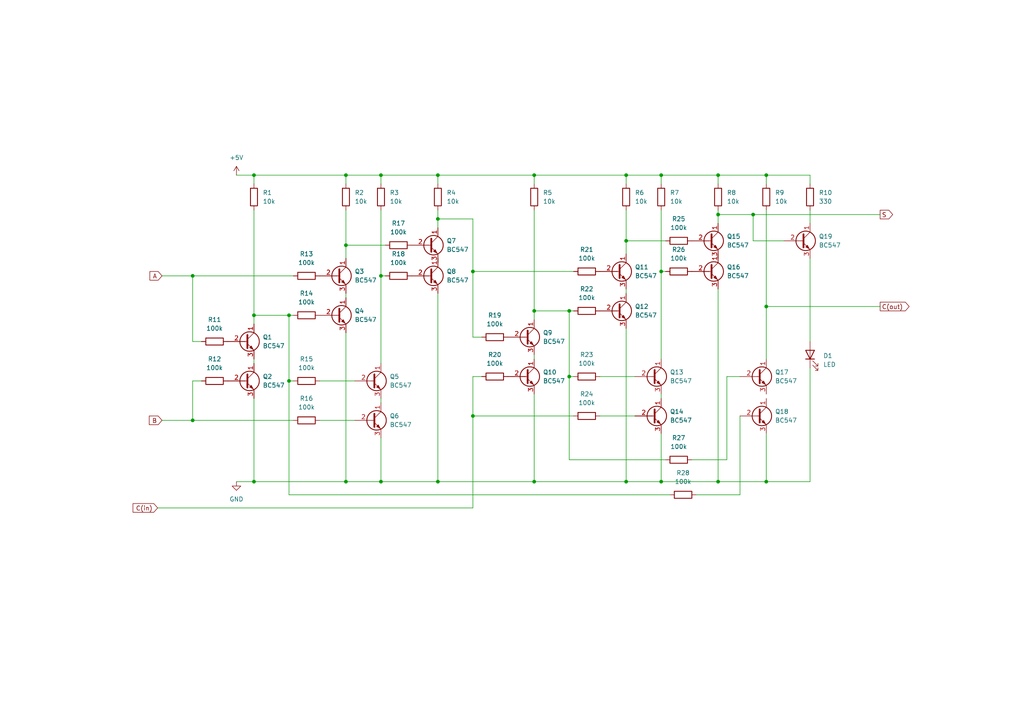
<source format=kicad_sch>
(kicad_sch (version 20230121) (generator eeschema)
  (paper "A4")
  (title_block (title "Full Adder 1 Bit with bipolar transistors") (rev "1.0") (company "Mark Narain Enzinger") (comment 1 "marknarain.com"))
  (lib_symbols
    (symbol "Device:LED" (pin_numbers hide) (pin_names (offset 1.016) hide)
      (property "Reference" "D" (at 0 2.54 0))
      (property "Value" "LED" (at 0 -2.54 0))
      (symbol "LED_0_1"
        (polyline (pts (xy -1.27 -1.27) (xy -1.27 1.27)) (stroke (width 0.254)))
        (polyline (pts (xy -1.27 0) (xy 1.27 0)))
        (polyline (pts (xy 1.27 -1.27) (xy 1.27 1.27) (xy -1.27 0) (xy 1.27 -1.27)) (stroke (width 0.254)))
        (polyline (pts (xy -3.048 -0.762) (xy -4.572 -2.286) (xy -3.81 -2.286) (xy -4.572 -2.286) (xy -4.572 -1.524)))
        (polyline (pts (xy -1.778 -0.762) (xy -3.302 -2.286) (xy -2.54 -2.286) (xy -3.302 -2.286) (xy -3.302 -1.524)))
      )
      (symbol "LED_1_1"
        (pin passive line (at -3.81 0 0) (length 2.54) (name "K") (number "1"))
        (pin passive line (at 3.81 0 180) (length 2.54) (name "A") (number "2"))
      )
    )
    (symbol "Device:R" (pin_numbers hide) (pin_names (offset 0))
      (property "Reference" "R" (at 2.032 0 90))
      (property "Value" "R" (at 0 0 90))
      (symbol "R_0_1"
        (rectangle (start -1.016 -2.54) (end 1.016 2.54) (stroke (width 0.254)))
      )
      (symbol "R_1_1"
        (pin passive line (at 0 3.81 270) (length 1.27) (name "~") (number "1"))
        (pin passive line (at 0 -3.81 90) (length 1.27) (name "~") (number "2"))
      )
    )
    (symbol "Transistor_BJT:BC547" (pin_names (offset 0) hide)
      (property "Reference" "Q" (at 5.08 1.905 0))
      (property "Value" "BC547" (at 5.08 0 0))
      (symbol "BC547_0_1"
        (polyline (pts (xy 0 0) (xy 0.635 0)))
        (polyline (pts (xy 0.635 0.635) (xy 2.54 2.54)))
        (polyline (pts (xy 0.635 -0.635) (xy 2.54 -2.54) (xy 2.54 -2.54)))
        (polyline (pts (xy 0.635 1.905) (xy 0.635 -1.905) (xy 0.635 -1.905)) (stroke (width 0.508)))
        (polyline (pts (xy 1.27 -1.778) (xy 1.778 -1.27) (xy 2.286 -2.286) (xy 1.27 -1.778) (xy 1.27 -1.778)) (fill (type outline)))
        (circle (center 1.27 0) (radius 2.8194) (stroke (width 0.254)))
      )
      (symbol "BC547_1_1"
        (pin passive line (at 2.54 5.08 270) (length 2.54) (name "C") (number "1"))
        (pin input line (at -5.08 0 0) (length 5.08) (name "B") (number "2"))
        (pin passive line (at 2.54 -5.08 90) (length 2.54) (name "E") (number "3"))
      )
    )
    (symbol "power:+5V" (power) (pin_names (offset 0))
      (property "Value" "+5V" (at 0 3.556 0))
      (symbol "+5V_0_1"
        (polyline (pts (xy -0.762 1.27) (xy 0 2.54)))
        (polyline (pts (xy 0 0) (xy 0 2.54)))
        (polyline (pts (xy 0 2.54) (xy 0.762 1.27)))
      )
      (symbol "+5V_1_1"
        (pin power_in line (at 0 0 90) (length 0) hide (name "+5V") (number "1"))
      )
    )
    (symbol "power:GND" (power) (pin_names (offset 0))
      (property "Value" "GND" (at 0 -3.81 0))
      (symbol "GND_0_1"
        (polyline (pts (xy 0 0) (xy 0 -1.27) (xy 1.27 -1.27) (xy 0 -2.54) (xy -1.27 -1.27) (xy 0 -1.27)))
      )
      (symbol "GND_1_1"
        (pin power_in line (at 0 0 270) (length 0) hide (name "GND") (number "1"))
      )
    )
  )
  (junction (at 127 139.7))
  (junction (at 165.1 90.17))
  (junction (at 218.44 62.23))
  (junction (at 191.77 139.7))
  (junction (at 222.25 88.9))
  (junction (at 154.94 139.7))
  (junction (at 73.66 139.7))
  (junction (at 110.49 139.7))
  (junction (at 100.33 50.8))
  (junction (at 181.61 69.85))
  (junction (at 137.16 120.65))
  (junction (at 100.33 139.7))
  (junction (at 191.77 50.8))
  (junction (at 83.82 91.44))
  (junction (at 208.28 139.7))
  (junction (at 110.49 50.8))
  (junction (at 222.25 50.8))
  (junction (at 181.61 139.7))
  (junction (at 127 63.5))
  (junction (at 100.33 71.12))
  (junction (at 73.66 50.8))
  (junction (at 222.25 139.7))
  (junction (at 208.28 62.23))
  (junction (at 110.49 80.01))
  (junction (at 55.88 80.01))
  (junction (at 208.28 50.8))
  (junction (at 154.94 90.17))
  (junction (at 55.88 121.92))
  (junction (at 191.77 78.74))
  (junction (at 181.61 50.8))
  (junction (at 127 50.8))
  (junction (at 154.94 50.8))
  (junction (at 83.82 110.49))
  (junction (at 165.1 109.22))
  (junction (at 73.66 91.44))
  (junction (at 137.16 78.74))
  (wire (pts (xy 165.1 133.35) (xy 193.04 133.35)))
  (wire (pts (xy 234.95 60.96) (xy 234.95 64.77)))
  (wire (pts (xy 73.66 91.44) (xy 73.66 93.98)))
  (wire (pts (xy 68.58 50.8) (xy 73.66 50.8)))
  (wire (pts (xy 191.77 78.74) (xy 193.04 78.74)))
  (wire (pts (xy 173.99 120.65) (xy 184.15 120.65)))
  (wire (pts (xy 110.49 60.96) (xy 110.49 80.01)))
  (wire (pts (xy 127 85.09) (xy 127 139.7)))
  (wire (pts (xy 83.82 91.44) (xy 83.82 110.49)))
  (wire (pts (xy 127 63.5) (xy 127 66.04)))
  (wire (pts (xy 210.82 133.35) (xy 210.82 109.22)))
  (wire (pts (xy 100.33 85.09) (xy 100.33 86.36)))
  (wire (pts (xy 110.49 50.8) (xy 110.49 53.34)))
  (wire (pts (xy 181.61 50.8) (xy 181.61 53.34)))
  (wire (pts (xy 191.77 50.8) (xy 191.77 53.34)))
  (wire (pts (xy 234.95 74.93) (xy 234.95 99.06)))
  (wire (pts (xy 154.94 90.17) (xy 165.1 90.17)))
  (wire (pts (xy 55.88 110.49) (xy 55.88 121.92)))
  (wire (pts (xy 100.33 50.8) (xy 100.33 53.34)))
  (wire (pts (xy 181.61 139.7) (xy 191.77 139.7)))
  (wire (pts (xy 154.94 102.87) (xy 154.94 104.14)))
  (wire (pts (xy 181.61 60.96) (xy 181.61 69.85)))
  (wire (pts (xy 100.33 139.7) (xy 110.49 139.7)))
  (wire (pts (xy 58.42 110.49) (xy 55.88 110.49)))
  (wire (pts (xy 110.49 115.57) (xy 110.49 116.84)))
  (wire (pts (xy 181.61 95.25) (xy 181.61 139.7)))
  (wire (pts (xy 222.25 125.73) (xy 222.25 139.7)))
  (wire (pts (xy 100.33 71.12) (xy 111.76 71.12)))
  (wire (pts (xy 222.25 50.8) (xy 234.95 50.8)))
  (wire (pts (xy 137.16 147.32) (xy 137.16 120.65)))
  (wire (pts (xy 55.88 80.01) (xy 85.09 80.01)))
  (wire (pts (xy 83.82 110.49) (xy 83.82 143.51)))
  (wire (pts (xy 100.33 60.96) (xy 100.33 71.12)))
  (wire (pts (xy 100.33 139.7) (xy 100.33 96.52)))
  (wire (pts (xy 181.61 83.82) (xy 181.61 85.09)))
  (wire (pts (xy 73.66 91.44) (xy 83.82 91.44)))
  (wire (pts (xy 45.72 147.32) (xy 137.16 147.32)))
  (wire (pts (xy 139.7 97.79) (xy 137.16 97.79)))
  (wire (pts (xy 73.66 60.96) (xy 73.66 91.44)))
  (wire (pts (xy 154.94 50.8) (xy 154.94 53.34)))
  (wire (pts (xy 73.66 139.7) (xy 73.66 115.57)))
  (wire (pts (xy 100.33 50.8) (xy 110.49 50.8)))
  (wire (pts (xy 210.82 109.22) (xy 214.63 109.22)))
  (wire (pts (xy 181.61 69.85) (xy 193.04 69.85)))
  (wire (pts (xy 214.63 143.51) (xy 214.63 120.65)))
  (wire (pts (xy 234.95 50.8) (xy 234.95 53.34)))
  (wire (pts (xy 218.44 62.23) (xy 218.44 69.85)))
  (wire (pts (xy 127 76.2) (xy 127 74.93)))
  (wire (pts (xy 92.71 110.49) (xy 102.87 110.49)))
  (wire (pts (xy 234.95 106.68) (xy 234.95 139.7)))
  (wire (pts (xy 191.77 60.96) (xy 191.77 78.74)))
  (wire (pts (xy 154.94 50.8) (xy 181.61 50.8)))
  (wire (pts (xy 68.58 139.7) (xy 73.66 139.7)))
  (wire (pts (xy 191.77 139.7) (xy 208.28 139.7)))
  (wire (pts (xy 191.77 50.8) (xy 208.28 50.8)))
  (wire (pts (xy 208.28 50.8) (xy 208.28 53.34)))
  (wire (pts (xy 166.37 109.22) (xy 165.1 109.22)))
  (wire (pts (xy 222.25 139.7) (xy 234.95 139.7)))
  (wire (pts (xy 166.37 90.17) (xy 165.1 90.17)))
  (wire (pts (xy 73.66 104.14) (xy 73.66 105.41)))
  (wire (pts (xy 165.1 90.17) (xy 165.1 109.22)))
  (wire (pts (xy 137.16 78.74) (xy 137.16 97.79)))
  (wire (pts (xy 154.94 114.3) (xy 154.94 139.7)))
  (wire (pts (xy 55.88 121.92) (xy 85.09 121.92)))
  (wire (pts (xy 127 63.5) (xy 137.16 63.5)))
  (wire (pts (xy 85.09 91.44) (xy 83.82 91.44)))
  (wire (pts (xy 83.82 143.51) (xy 194.31 143.51)))
  (wire (pts (xy 222.25 60.96) (xy 222.25 88.9)))
  (wire (pts (xy 208.28 139.7) (xy 222.25 139.7)))
  (wire (pts (xy 173.99 109.22) (xy 184.15 109.22)))
  (wire (pts (xy 110.49 127) (xy 110.49 139.7)))
  (wire (pts (xy 100.33 71.12) (xy 100.33 74.93)))
  (wire (pts (xy 127 60.96) (xy 127 63.5)))
  (wire (pts (xy 218.44 62.23) (xy 255.27 62.23)))
  (wire (pts (xy 92.71 121.92) (xy 102.87 121.92)))
  (wire (pts (xy 73.66 50.8) (xy 100.33 50.8)))
  (wire (pts (xy 191.77 114.3) (xy 191.77 115.57)))
  (wire (pts (xy 110.49 80.01) (xy 110.49 105.41)))
  (wire (pts (xy 110.49 80.01) (xy 111.76 80.01)))
  (wire (pts (xy 137.16 78.74) (xy 166.37 78.74)))
  (wire (pts (xy 165.1 109.22) (xy 165.1 133.35)))
  (wire (pts (xy 110.49 50.8) (xy 127 50.8)))
  (wire (pts (xy 127 139.7) (xy 154.94 139.7)))
  (wire (pts (xy 154.94 60.96) (xy 154.94 90.17)))
  (wire (pts (xy 191.77 78.74) (xy 191.77 104.14)))
  (wire (pts (xy 73.66 139.7) (xy 100.33 139.7)))
  (wire (pts (xy 222.25 88.9) (xy 222.25 104.14)))
  (wire (pts (xy 208.28 50.8) (xy 222.25 50.8)))
  (wire (pts (xy 208.28 83.82) (xy 208.28 139.7)))
  (wire (pts (xy 181.61 50.8) (xy 191.77 50.8)))
  (wire (pts (xy 191.77 125.73) (xy 191.77 139.7)))
  (wire (pts (xy 201.93 143.51) (xy 214.63 143.51)))
  (wire (pts (xy 127 50.8) (xy 154.94 50.8)))
  (wire (pts (xy 208.28 62.23) (xy 218.44 62.23)))
  (wire (pts (xy 110.49 139.7) (xy 127 139.7)))
  (wire (pts (xy 208.28 62.23) (xy 208.28 64.77)))
  (wire (pts (xy 58.42 99.06) (xy 55.88 99.06)))
  (wire (pts (xy 55.88 80.01) (xy 55.88 99.06)))
  (wire (pts (xy 154.94 139.7) (xy 181.61 139.7)))
  (wire (pts (xy 181.61 69.85) (xy 181.61 73.66)))
  (wire (pts (xy 73.66 50.8) (xy 73.66 53.34)))
  (wire (pts (xy 137.16 120.65) (xy 137.16 109.22)))
  (wire (pts (xy 127 50.8) (xy 127 53.34)))
  (wire (pts (xy 208.28 74.93) (xy 208.28 73.66)))
  (wire (pts (xy 200.66 133.35) (xy 210.82 133.35)))
  (wire (pts (xy 222.25 50.8) (xy 222.25 53.34)))
  (wire (pts (xy 222.25 88.9) (xy 255.27 88.9)))
  (wire (pts (xy 137.16 120.65) (xy 166.37 120.65)))
  (wire (pts (xy 137.16 63.5) (xy 137.16 78.74)))
  (wire (pts (xy 154.94 90.17) (xy 154.94 92.71)))
  (wire (pts (xy 139.7 109.22) (xy 137.16 109.22)))
  (wire (pts (xy 46.99 121.92) (xy 55.88 121.92)))
  (wire (pts (xy 85.09 110.49) (xy 83.82 110.49)))
  (wire (pts (xy 46.99 80.01) (xy 55.88 80.01)))
  (wire (pts (xy 208.28 60.96) (xy 208.28 62.23)))
  (wire (pts (xy 218.44 69.85) (xy 227.33 69.85)))
  (global_label "S" (shape output) (at 255.27 62.23 0) (property "Intersheetrefs" "${INTERSHEET_REFS}" (effects hide)))
  (global_label "C(in)" (shape input) (at 45.72 147.32 180) (property "Intersheetrefs" "${INTERSHEET_REFS}" (effects hide)))
  (global_label "C(out)" (shape output) (at 255.27 88.9 0) (property "Intersheetrefs" "${INTERSHEET_REFS}" (effects hide)))
  (global_label "B" (shape input) (at 46.99 121.92 180) (property "Intersheetrefs" "${INTERSHEET_REFS}" (effects hide)))
  (global_label "A" (shape input) (at 46.99 80.01 180) (property "Intersheetrefs" "${INTERSHEET_REFS}" (effects hide)))
  (symbol (lib_id "Transistor_BJT:BC547") (at 179.07 78.74 0) (unit 1)
    (property "Reference" "Q11" (at 184.15 77.47 0) (effects (justify left)))
    (property "Value" "BC547" (at 184.15 80.01 0) (effects (justify left)))
    (property "Footprint" "Package_TO_SOT_THT:TO-92_Inline" (effects hide))
    (property "Datasheet" "https://www.onsemi.com/pub/Collateral/BC550-D.pdf" (effects hide))
  )
  (symbol (lib_id "Device:R") (at 170.18 90.17 90) (unit 1)
    (property "Reference" "R22" (at 170.18 83.82 90))
    (property "Value" "100k" (at 170.18 86.36 90))
  )
  (symbol (lib_id "Device:R") (at 88.9 121.92 90) (unit 1)
    (property "Reference" "R16" (at 88.9 115.57 90))
    (property "Value" "100k" (at 88.9 118.11 90))
  )
  (symbol (lib_id "Device:R") (at 154.94 57.15 0) (unit 1)
    (property "Reference" "R5" (at 157.48 55.88 0) (effects (justify left)))
    (property "Value" "10k" (at 157.48 58.42 0) (effects (justify left)))
  )
  (symbol (lib_id "Device:R") (at 170.18 109.22 90) (unit 1)
    (property "Reference" "R23" (at 170.18 102.87 90))
    (property "Value" "100k" (at 170.18 105.41 90))
  )
  (symbol (lib_id "Transistor_BJT:BC547") (at 219.71 120.65 0) (unit 1)
    (property "Reference" "Q18" (at 224.79 119.38 0) (effects (justify left)))
    (property "Value" "BC547" (at 224.79 121.92 0) (effects (justify left)))
    (property "Footprint" "Package_TO_SOT_THT:TO-92_Inline" (effects hide))
    (property "Datasheet" "https://www.onsemi.com/pub/Collateral/BC550-D.pdf" (effects hide))
  )
  (symbol (lib_id "power:GND") (at 68.58 139.7 0) (unit 1)
    (property "Reference" "#PWR07" (effects hide))
    (property "Value" "GND" (at 68.58 144.78 0))
  )
  (symbol (lib_id "Device:R") (at 110.49 57.15 0) (unit 1)
    (property "Reference" "R3" (at 113.03 55.88 0) (effects (justify left)))
    (property "Value" "10k" (at 113.03 58.42 0) (effects (justify left)))
  )
  (symbol (lib_id "Transistor_BJT:BC547") (at 205.74 69.85 0) (unit 1)
    (property "Reference" "Q15" (at 210.82 68.58 0) (effects (justify left)))
    (property "Value" "BC547" (at 210.82 71.12 0) (effects (justify left)))
    (property "Footprint" "Package_TO_SOT_THT:TO-92_Inline" (effects hide))
    (property "Datasheet" "https://www.onsemi.com/pub/Collateral/BC550-D.pdf" (effects hide))
  )
  (symbol (lib_id "Transistor_BJT:BC547") (at 232.41 69.85 0) (unit 1)
    (property "Reference" "Q19" (at 237.49 68.58 0) (effects (justify left)))
    (property "Value" "BC547" (at 237.49 71.12 0) (effects (justify left)))
    (property "Footprint" "Package_TO_SOT_THT:TO-92_Inline" (effects hide))
    (property "Datasheet" "https://www.onsemi.com/pub/Collateral/BC550-D.pdf" (effects hide))
  )
  (symbol (lib_id "Transistor_BJT:BC547") (at 152.4 97.79 0) (unit 1)
    (property "Reference" "Q9" (at 157.48 96.52 0) (effects (justify left)))
    (property "Value" "BC547" (at 157.48 99.06 0) (effects (justify left)))
    (property "Footprint" "Package_TO_SOT_THT:TO-92_Inline" (effects hide))
    (property "Datasheet" "https://www.onsemi.com/pub/Collateral/BC550-D.pdf" (effects hide))
  )
  (symbol (lib_id "Transistor_BJT:BC547") (at 189.23 109.22 0) (unit 1)
    (property "Reference" "Q13" (at 194.31 107.95 0) (effects (justify left)))
    (property "Value" "BC547" (at 194.31 110.49 0) (effects (justify left)))
    (property "Footprint" "Package_TO_SOT_THT:TO-92_Inline" (effects hide))
    (property "Datasheet" "https://www.onsemi.com/pub/Collateral/BC550-D.pdf" (effects hide))
  )
  (symbol (lib_id "Transistor_BJT:BC547") (at 107.95 121.92 0) (unit 1)
    (property "Reference" "Q6" (at 113.03 120.65 0) (effects (justify left)))
    (property "Value" "BC547" (at 113.03 123.19 0) (effects (justify left)))
    (property "Footprint" "Package_TO_SOT_THT:TO-92_Inline" (effects hide))
    (property "Datasheet" "https://www.onsemi.com/pub/Collateral/BC550-D.pdf" (effects hide))
  )
  (symbol (lib_id "Transistor_BJT:BC547") (at 71.12 99.06 0) (unit 1)
    (property "Reference" "Q1" (at 76.2 97.79 0) (effects (justify left)))
    (property "Value" "BC547" (at 76.2 100.33 0) (effects (justify left)))
    (property "Footprint" "Package_TO_SOT_THT:TO-92_Inline" (effects hide))
    (property "Datasheet" "https://www.onsemi.com/pub/Collateral/BC550-D.pdf" (effects hide))
  )
  (symbol (lib_id "Transistor_BJT:BC547") (at 97.79 91.44 0) (unit 1)
    (property "Reference" "Q4" (at 102.87 90.17 0) (effects (justify left)))
    (property "Value" "BC547" (at 102.87 92.71 0) (effects (justify left)))
    (property "Footprint" "Package_TO_SOT_THT:TO-92_Inline" (effects hide))
    (property "Datasheet" "https://www.onsemi.com/pub/Collateral/BC550-D.pdf" (effects hide))
  )
  (symbol (lib_id "Device:R") (at 88.9 80.01 90) (unit 1)
    (property "Reference" "R13" (at 88.9 73.66 90))
    (property "Value" "100k" (at 88.9 76.2 90))
  )
  (symbol (lib_id "Device:R") (at 143.51 109.22 90) (unit 1)
    (property "Reference" "R20" (at 143.51 102.87 90))
    (property "Value" "100k" (at 143.51 105.41 90))
  )
  (symbol (lib_id "Device:R") (at 62.23 99.06 90) (unit 1)
    (property "Reference" "R11" (at 62.23 92.71 90))
    (property "Value" "100k" (at 62.23 95.25 90))
  )
  (symbol (lib_id "Device:R") (at 222.25 57.15 0) (unit 1)
    (property "Reference" "R9" (at 224.79 55.88 0) (effects (justify left)))
    (property "Value" "10k" (at 224.79 58.42 0) (effects (justify left)))
  )
  (symbol (lib_id "Transistor_BJT:BC547") (at 71.12 110.49 0) (unit 1)
    (property "Reference" "Q2" (at 76.2 109.22 0) (effects (justify left)))
    (property "Value" "BC547" (at 76.2 111.76 0) (effects (justify left)))
    (property "Footprint" "Package_TO_SOT_THT:TO-92_Inline" (effects hide))
    (property "Datasheet" "https://www.onsemi.com/pub/Collateral/BC550-D.pdf" (effects hide))
  )
  (symbol (lib_id "Device:R") (at 88.9 110.49 90) (unit 1)
    (property "Reference" "R15" (at 88.9 104.14 90))
    (property "Value" "100k" (at 88.9 106.68 90))
  )
  (symbol (lib_id "Transistor_BJT:BC547") (at 219.71 109.22 0) (unit 1)
    (property "Reference" "Q17" (at 224.79 107.95 0) (effects (justify left)))
    (property "Value" "BC547" (at 224.79 110.49 0) (effects (justify left)))
    (property "Footprint" "Package_TO_SOT_THT:TO-92_Inline" (effects hide))
    (property "Datasheet" "https://www.onsemi.com/pub/Collateral/BC550-D.pdf" (effects hide))
  )
  (symbol (lib_id "Device:R") (at 115.57 71.12 90) (unit 1)
    (property "Reference" "R17" (at 115.57 64.77 90))
    (property "Value" "100k" (at 115.57 67.31 90))
  )
  (symbol (lib_id "Device:R") (at 88.9 91.44 90) (unit 1)
    (property "Reference" "R14" (at 88.9 85.09 90))
    (property "Value" "100k" (at 88.9 87.63 90))
  )
  (symbol (lib_id "Device:R") (at 100.33 57.15 0) (unit 1)
    (property "Reference" "R2" (at 102.87 55.88 0) (effects (justify left)))
    (property "Value" "10k" (at 102.87 58.42 0) (effects (justify left)))
  )
  (symbol (lib_id "Transistor_BJT:BC547") (at 189.23 120.65 0) (unit 1)
    (property "Reference" "Q14" (at 194.31 119.38 0) (effects (justify left)))
    (property "Value" "BC547" (at 194.31 121.92 0) (effects (justify left)))
    (property "Footprint" "Package_TO_SOT_THT:TO-92_Inline" (effects hide))
    (property "Datasheet" "https://www.onsemi.com/pub/Collateral/BC550-D.pdf" (effects hide))
  )
  (symbol (lib_id "Device:R") (at 181.61 57.15 0) (unit 1)
    (property "Reference" "R6" (at 184.15 55.88 0) (effects (justify left)))
    (property "Value" "10k" (at 184.15 58.42 0) (effects (justify left)))
  )
  (symbol (lib_id "Transistor_BJT:BC547") (at 97.79 80.01 0) (unit 1)
    (property "Reference" "Q3" (at 102.87 78.74 0) (effects (justify left)))
    (property "Value" "BC547" (at 102.87 81.28 0) (effects (justify left)))
    (property "Footprint" "Package_TO_SOT_THT:TO-92_Inline" (effects hide))
    (property "Datasheet" "https://www.onsemi.com/pub/Collateral/BC550-D.pdf" (effects hide))
  )
  (symbol (lib_id "Device:R") (at 234.95 57.15 0) (unit 1)
    (property "Reference" "R10" (at 237.49 55.88 0) (effects (justify left)))
    (property "Value" "330" (at 237.49 58.42 0) (effects (justify left)))
  )
  (symbol (lib_id "Transistor_BJT:BC547") (at 152.4 109.22 0) (unit 1)
    (property "Reference" "Q10" (at 157.48 107.95 0) (effects (justify left)))
    (property "Value" "BC547" (at 157.48 110.49 0) (effects (justify left)))
    (property "Footprint" "Package_TO_SOT_THT:TO-92_Inline" (effects hide))
    (property "Datasheet" "https://www.onsemi.com/pub/Collateral/BC550-D.pdf" (effects hide))
  )
  (symbol (lib_id "Device:R") (at 62.23 110.49 90) (unit 1)
    (property "Reference" "R12" (at 62.23 104.14 90))
    (property "Value" "100k" (at 62.23 106.68 90))
  )
  (symbol (lib_id "Transistor_BJT:BC547") (at 124.46 71.12 0) (unit 1)
    (property "Reference" "Q7" (at 129.54 69.85 0) (effects (justify left)))
    (property "Value" "BC547" (at 129.54 72.39 0) (effects (justify left)))
    (property "Footprint" "Package_TO_SOT_THT:TO-92_Inline" (effects hide))
    (property "Datasheet" "https://www.onsemi.com/pub/Collateral/BC550-D.pdf" (effects hide))
  )
  (symbol (lib_id "Device:R") (at 196.85 133.35 90) (unit 1)
    (property "Reference" "R27" (at 196.85 127 90))
    (property "Value" "100k" (at 196.85 129.54 90))
  )
  (symbol (lib_id "Device:R") (at 196.85 78.74 90) (unit 1)
    (property "Reference" "R26" (at 196.85 72.39 90))
    (property "Value" "100k" (at 196.85 74.93 90))
  )
  (symbol (lib_id "Device:R") (at 208.28 57.15 0) (unit 1)
    (property "Reference" "R8" (at 210.82 55.88 0) (effects (justify left)))
    (property "Value" "10k" (at 210.82 58.42 0) (effects (justify left)))
  )
  (symbol (lib_id "Device:R") (at 196.85 69.85 90) (unit 1)
    (property "Reference" "R25" (at 196.85 63.5 90))
    (property "Value" "100k" (at 196.85 66.04 90))
  )
  (symbol (lib_id "Device:R") (at 73.66 57.15 0) (unit 1)
    (property "Reference" "R1" (at 76.2 55.88 0) (effects (justify left)))
    (property "Value" "10k" (at 76.2 58.42 0) (effects (justify left)))
  )
  (symbol (lib_id "Device:R") (at 115.57 80.01 90) (unit 1)
    (property "Reference" "R18" (at 115.57 73.66 90))
    (property "Value" "100k" (at 115.57 76.2 90))
  )
  (symbol (lib_id "Device:R") (at 143.51 97.79 90) (unit 1)
    (property "Reference" "R19" (at 143.51 91.44 90))
    (property "Value" "100k" (at 143.51 93.98 90))
  )
  (symbol (lib_id "Transistor_BJT:BC547") (at 124.46 80.01 0) (unit 1)
    (property "Reference" "Q8" (at 129.54 78.74 0) (effects (justify left)))
    (property "Value" "BC547" (at 129.54 81.28 0) (effects (justify left)))
    (property "Footprint" "Package_TO_SOT_THT:TO-92_Inline" (effects hide))
    (property "Datasheet" "https://www.onsemi.com/pub/Collateral/BC550-D.pdf" (effects hide))
  )
  (symbol (lib_id "Device:R") (at 191.77 57.15 0) (unit 1)
    (property "Reference" "R7" (at 194.31 55.88 0) (effects (justify left)))
    (property "Value" "10k" (at 194.31 58.42 0) (effects (justify left)))
  )
  (symbol (lib_id "Transistor_BJT:BC547") (at 107.95 110.49 0) (unit 1)
    (property "Reference" "Q5" (at 113.03 109.22 0) (effects (justify left)))
    (property "Value" "BC547" (at 113.03 111.76 0) (effects (justify left)))
    (property "Footprint" "Package_TO_SOT_THT:TO-92_Inline" (effects hide))
    (property "Datasheet" "https://www.onsemi.com/pub/Collateral/BC550-D.pdf" (effects hide))
  )
  (symbol (lib_id "Device:LED") (at 234.95 102.87 90) (unit 1)
    (property "Reference" "D1" (at 238.76 103.1875 90) (effects (justify right)))
    (property "Value" "LED" (at 238.76 105.7275 90) (effects (justify right)))
  )
  (symbol (lib_id "Device:R") (at 170.18 120.65 90) (unit 1)
    (property "Reference" "R24" (at 170.18 114.3 90))
    (property "Value" "100k" (at 170.18 116.84 90))
  )
  (symbol (lib_id "Device:R") (at 170.18 78.74 90) (unit 1)
    (property "Reference" "R21" (at 170.18 72.39 90))
    (property "Value" "100k" (at 170.18 74.93 90))
  )
  (symbol (lib_id "Device:R") (at 127 57.15 0) (unit 1)
    (property "Reference" "R4" (at 129.54 55.88 0) (effects (justify left)))
    (property "Value" "10k" (at 129.54 58.42 0) (effects (justify left)))
  )
  (symbol (lib_id "Device:R") (at 198.12 143.51 90) (unit 1)
    (property "Reference" "R28" (at 198.12 137.16 90))
    (property "Value" "100k" (at 198.12 139.7 90))
  )
  (symbol (lib_id "Transistor_BJT:BC547") (at 205.74 78.74 0) (unit 1)
    (property "Reference" "Q16" (at 210.82 77.47 0) (effects (justify left)))
    (property "Value" "BC547" (at 210.82 80.01 0) (effects (justify left)))
    (property "Footprint" "Package_TO_SOT_THT:TO-92_Inline" (effects hide))
    (property "Datasheet" "https://www.onsemi.com/pub/Collateral/BC550-D.pdf" (effects hide))
  )
  (symbol (lib_id "Transistor_BJT:BC547") (at 179.07 90.17 0) (unit 1)
    (property "Reference" "Q12" (at 184.15 88.9 0) (effects (justify left)))
    (property "Value" "BC547" (at 184.15 91.44 0) (effects (justify left)))
    (property "Footprint" "Package_TO_SOT_THT:TO-92_Inline" (effects hide))
    (property "Datasheet" "https://www.onsemi.com/pub/Collateral/BC550-D.pdf" (effects hide))
  )
  (symbol (lib_id "power:+5V") (at 68.58 50.8 0) (unit 1)
    (property "Reference" "#PWR03" (effects hide))
    (property "Value" "+5V" (at 68.58 45.72 0))
  )
)
</source>
